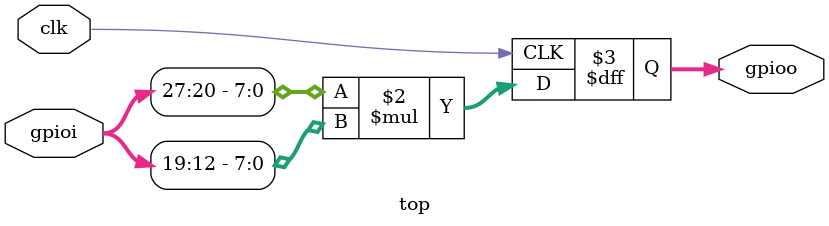
<source format=sv>
module top (
	input  wire        clk,
    input       [27:12] gpioi,
    output      [11:00] gpioo
);
	// Add one to the led register
	always_ff @(posedge clk) begin
        gpioo[11:0] <= gpioi[27:20] * gpioi[19:12];
	end
endmodule

</source>
